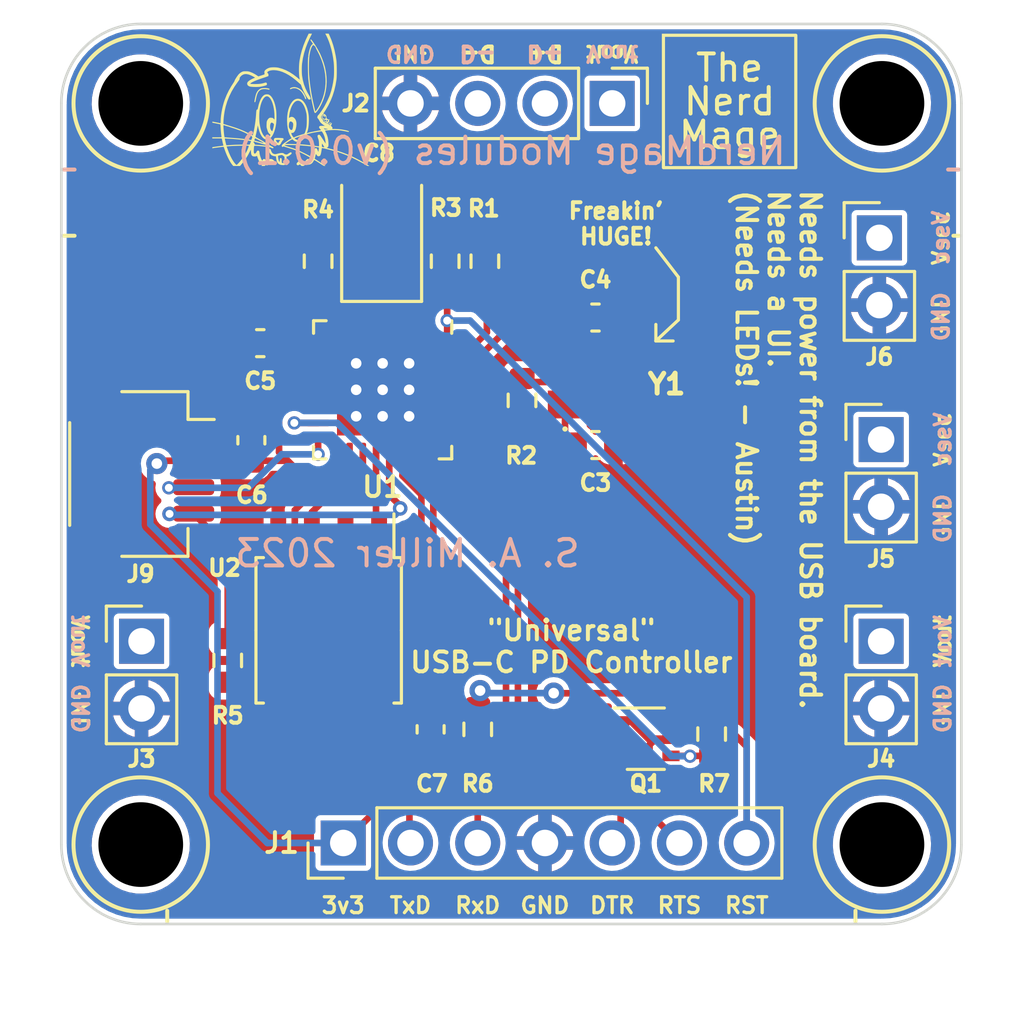
<source format=kicad_pcb>
(kicad_pcb (version 20211014) (generator pcbnew)
  (title_block (title "USB-C PD Controller") (rev "0.0.1") (company "The Nerd Mage"))
  (layers (0 "F.Cu" signal) (31 "B.Cu" signal) (34 "B.Paste" user) (35 "F.Paste" user) (36 "B.SilkS" user "B.Silkscreen") (37 "F.SilkS" user "F.Silkscreen") (38 "B.Mask" user) (39 "F.Mask" user) (44 "Edge.Cuts" user))
  (net 0 "")
  (net 1 "SCL")
  (net 2 "SDA")
  (net 3 "GND")
  (net 4 "/eXo")
  (net 5 "/eXi")
  (net 6 "+3V3")
  (net 7 "Net-(R1-Pad2)")
  (net 8 "RST")
  (net 9 "Net-(R4-Pad1)")
  (net 10 "Net-(R5-Pad2)")
  (net 11 "IO11")
  (net 12 "IO7")
  (net 13 "IO10")
  (net 14 "IO8")
  (net 15 "IO9")
  (net 16 "Net-(C1-Pad1)")
  (net 18 "ADC")
  (net 19 "IO16")
  (net 20 "IO14")
  (net 21 "IO12")
  (net 22 "IO13")
  (net 23 "IO15")
  (net 24 "IO2")
  (net 25 "IO0")
  (net 26 "IO5")
  (net 27 "IO3")
  (net 28 "IO1")
  (net 29 "/DTR")
  (net 30 "/RTS")
  (footprint "Tinker:Mount" (layer "F.Cu") (at 114 101)
    (fp_text reference "REF**" hide)
    (fp_text value "Mount" hide)
    (pad "" np_thru_hole circle (at 0 0) (size 3.2 3.2) (drill 3.2) (layers *.Mask))
  )
  (footprint "Capacitor_SMD:C_0603_1608Metric" (layer "F.Cu") (at 103.177957 81.090217)
    (fp_text reference "C4" (at 0 -1.43) (layer "F.SilkS") (effects (font (size 0.6 0.6))))
    (fp_text value "10pf")
    (pad "1" smd roundrect (at -0.775 0) (size 0.9 0.95) (layers "F.Cu" "F.Paste" "F.Mask") (net 3 "GND"))
    (pad "2" smd roundrect (at 0.775 0) (size 0.9 0.95) (layers "F.Cu" "F.Paste" "F.Mask") (net 5 "/eXi"))
  )
  (footprint "Resistor_SMD:R_0603_1608Metric" (layer "F.Cu") (at 98.73 96.647153 90)
    (fp_text reference "R6" (at -2.052847 0) (layer "F.SilkS") (effects (font (size 0.6 0.6))))
    (fp_text value "10K")
    (pad "1" smd roundrect (at -0.825 0 90) (size 0.8 0.95) (layers "F.Cu" "F.Paste" "F.Mask") (net 28 "IO1"))
    (pad "2" smd roundrect (at 0.825 0 90) (size 0.8 0.95) (layers "F.Cu" "F.Paste" "F.Mask") (net 6 "+3V3"))
  )
  (footprint "Resistor_SMD:R_0603_1608Metric" (layer "F.Cu") (at 99 78.96288 -90)
    (fp_text reference "R1" (at -1.990012 0.041657 180) (layer "F.SilkS") (effects (font (size 0.6 0.6))))
    (fp_text value "12K")
    (pad "1" smd roundrect (at -0.825 0 270) (size 0.8 0.95) (layers "F.Cu" "F.Paste" "F.Mask") (net 3 "GND"))
    (pad "2" smd roundrect (at 0.825 0 270) (size 0.8 0.95) (layers "F.Cu" "F.Paste" "F.Mask") (net 7 "Net-(R1-Pad2)"))
  )
  (footprint "Tinker:Mount" (layer "F.Cu") (at 86 101)
    (fp_text reference "REF**" hide)
    (fp_text value "Mount" hide)
    (pad "" np_thru_hole circle (at 0 0) (size 3.2 3.2) (drill 3.2) (layers *.Mask))
  )
  (footprint "Tinker:JST_SH_SM04B-SRSS-TB_1x04-1MP_P1.00mm_Horizontal" (layer "F.Cu") (at 86 87 -90)
    (fp_text reference "J9" (at 3.778125 0.008239) (layer "F.SilkS") (effects (font (size 0.6 0.6))))
    (fp_text value "Conn_01x04_MountingPin" hide)
    (pad "1" smd roundrect (at -1.5 -2 270) (size 0.6 1.55) (layers "F.Cu" "F.Paste" "F.Mask") (net 3 "GND"))
    (pad "2" smd roundrect (at -0.5 -2 270) (size 0.6 1.55) (layers "F.Cu" "F.Paste" "F.Mask") (net 6 "+3V3"))
    (pad "3" smd roundrect (at 0.5 -2 270) (size 0.6 1.55) (layers "F.Cu" "F.Paste" "F.Mask") (net 2 "SDA"))
    (pad "4" smd roundrect (at 1.5 -2 270) (size 0.6 1.55) (layers "F.Cu" "F.Paste" "F.Mask") (net 1 "SCL"))
    (pad "MP" smd roundrect (at 2.8 1.875 270) (size 1.2 1.8) (layers "F.Cu" "F.Paste" "F.Mask") (roundrect_rratio 0.208333) (net 3 "GND"))
    (pad "MP" smd roundrect (at -2.8 1.875 270) (size 1.2 1.8) (layers "F.Cu" "F.Paste" "F.Mask") (roundrect_rratio 0.208333) (net 3 "GND"))
  )
  (footprint "Tinker:DagNabbit" (layer "F.Cu") (at 91.4 73.5)
    (fp_text reference "REF**" hide)
    (fp_text value "DagNabbit" hide)
  )
  (footprint "Package_TO_SOT_SMD:SOT-363_SC-70-6" (layer "F.Cu") (at 105.08 97)
    (fp_text reference "Q1" (at 0 1.7) (layer "F.SilkS") (effects (font (size 0.6 0.6))))
    (fp_text value "UMH3N")
    (pad "1" smd rect (at -0.95 -0.65) (size 0.65 0.4) (layers "F.Cu" "F.Paste" "F.Mask") (net 30 "/RTS"))
    (pad "2" smd rect (at -0.95 0) (size 0.65 0.4) (layers "F.Cu" "F.Paste" "F.Mask") (net 29 "/DTR"))
    (pad "3" smd rect (at -0.95 0.65) (size 0.65 0.4) (layers "F.Cu" "F.Paste" "F.Mask") (net 29 "/DTR"))
    (pad "4" smd rect (at 0.95 0.65) (size 0.65 0.4) (layers "F.Cu" "F.Paste" "F.Mask") (net 25 "IO0"))
    (pad "5" smd rect (at 0.95 0) (size 0.65 0.4) (layers "F.Cu" "F.Paste" "F.Mask") (net 30 "/RTS"))
    (pad "6" smd rect (at 0.95 -0.65) (size 0.65 0.4) (layers "F.Cu" "F.Paste" "F.Mask") (net 8 "RST"))
  )
  (footprint "Connector_PinHeader_2.54mm:PinHeader_1x07_P2.54mm_Vertical" (layer "F.Cu") (at 93.65 100.94 90)
    (fp_text reference "J1" (at 0 -2.33 180) (layer "F.SilkS") (effects (font (size 0.75 0.75))))
    (fp_text value "Conn_01x07_Male")
    (pad "1" thru_hole rect (at 0 0 90) (size 1.7 1.7) (drill 1) (layers *.Cu *.Mask) (net 6 "+3V3"))
    (pad "2" thru_hole oval (at 0 2.54 90) (size 1.7 1.7) (drill 1) (layers *.Cu *.Mask) (net 27 "IO3"))
    (pad "3" thru_hole oval (at 0 5.08 90) (size 1.7 1.7) (drill 1) (layers *.Cu *.Mask) (net 28 "IO1"))
    (pad "4" thru_hole oval (at 0 7.62 90) (size 1.7 1.7) (drill 1) (layers *.Cu *.Mask) (net 3 "GND"))
    (pad "5" thru_hole oval (at 0 10.16 90) (size 1.7 1.7) (drill 1) (layers *.Cu *.Mask) (net 29 "/DTR"))
    (pad "6" thru_hole oval (at 0 12.7 90) (size 1.7 1.7) (drill 1) (layers *.Cu *.Mask) (net 30 "/RTS"))
    (pad "7" thru_hole oval (at 0 15.24 90) (size 1.7 1.7) (drill 1) (layers *.Cu *.Mask) (net 8 "RST"))
  )
  (footprint "Capacitor_Tantalum_SMD:CP_EIA-3528-21_Kemet-B_Pad1.50x2.35mm_HandSolder" (layer "F.Cu") (at 95.1 77.846082 90)
    (fp_text reference "C8" (at 2.963974 -0.101647 180) (layer "F.SilkS") (effects (font (size 0.6 0.6))))
    (fp_text value "22uf")
    (pad "1" smd roundrect (at -1.625 0 90) (size 1.5 2.35) (layers "F.Cu" "F.Paste" "F.Mask") (roundrect_rratio 0.166667) (net 6 "+3V3"))
    (pad "2" smd roundrect (at 1.625 0 90) (size 1.5 2.35) (layers "F.Cu" "F.Paste" "F.Mask") (roundrect_rratio 0.166667) (net 3 "GND"))
  )
  (footprint "Capacitor_SMD:C_0603_1608Metric" (layer "F.Cu") (at 90.515841 82.057498 180)
    (fp_text reference "C5" (at 0 -1.43) (layer "F.SilkS") (effects (font (size 0.6 0.6))))
    (fp_text value "TBD (NC)")
    (pad "1" smd roundrect (at -0.775 0 180) (size 0.9 0.95) (layers "F.Cu" "F.Paste" "F.Mask") (net 6 "+3V3"))
    (pad "2" smd roundrect (at 0.775 0 180) (size 0.9 0.95) (layers "F.Cu" "F.Paste" "F.Mask") (net 3 "GND"))
  )
  (footprint "Tinker:PinHeader_1x02_P2.54mm_Vertical" (layer "F.Cu") (at 113.97 93.32)
    (fp_text reference "J4" (at 0 4.44169) (layer "F.SilkS") (effects (font (size 0.6 0.6))))
    (fp_text value "Conn_01x02_Male" hide)
    (pad "1" thru_hole rect (at 0 0) (size 1.7 1.7) (drill 1) (layers *.Cu *.Mask))
    (pad "2" thru_hole oval (at 0 2.54) (size 1.7 1.7) (drill 1) (layers *.Cu *.Mask) (net 3 "GND"))
  )
  (footprint "Package_SO:SOIC-8_5.275x5.275mm_P1.27mm" (layer "F.Cu") (at 93.099434 92.906875 -90)
    (fp_text reference "U2" (at -2.360372 3.932893) (layer "F.SilkS") (effects (font (size 0.6 0.6))))
    (fp_text value "SST25VF016B-50-4I-S2AF")
    (pad "1" smd roundrect (at -3.6 -1.905 270) (size 1.6 0.6) (layers "F.Cu" "F.Paste" "F.Mask") (net 11 "IO11"))
    (pad "2" smd roundrect (at -3.6 -0.635 270) (size 1.6 0.6) (layers "F.Cu" "F.Paste" "F.Mask") (net 12 "IO7"))
    (pad "3" smd roundrect (at -3.6 0.635 270) (size 1.6 0.6) (layers "F.Cu" "F.Paste" "F.Mask") (net 13 "IO10"))
    (pad "4" smd roundrect (at -3.6 1.905 270) (size 1.6 0.6) (layers "F.Cu" "F.Paste" "F.Mask") (net 3 "GND"))
    (pad "5" smd roundrect (at 3.6 1.905 270) (size 1.6 0.6) (layers "F.Cu" "F.Paste" "F.Mask") (net 14 "IO8"))
    (pad "6" smd roundrect (at 3.6 0.635 270) (size 1.6 0.6) (layers "F.Cu" "F.Paste" "F.Mask") (net 10 "Net-(R5-Pad2)"))
    (pad "7" smd roundrect (at 3.6 -0.635 270) (size 1.6 0.6) (layers "F.Cu" "F.Paste" "F.Mask") (net 15 "IO9"))
    (pad "8" smd roundrect (at 3.6 -1.905 270) (size 1.6 0.6) (layers "F.Cu" "F.Paste" "F.Mask") (net 6 "+3V3"))
  )
  (footprint "Tinker:Mount" (layer "F.Cu") (at 114 73)
    (fp_text reference "REF**" hide)
    (fp_text value "Mount" hide)
    (pad "" np_thru_hole circle (at 0 0) (size 3.2 3.2) (drill 3.2) (layers *.Mask))
  )
  (footprint "Package_DFN_QFN:QFN-32-1EP_5x5mm_P0.5mm_EP3.45x3.45mm" (layer "F.Cu") (at 95.137957 83.82 -90)
    (fp_text reference "U1" (at 3.671623 0.008084 180) (layer "F.SilkS") (effects (font (size 0.75 0.75))))
    (fp_text value "ESP8266EX")
    (pad "1" smd roundrect (at -2.4375 -1.75 270) (size 0.875 0.25) (layers "F.Cu" "F.Paste" "F.Mask") (net 6 "+3V3"))
    (pad "2" smd roundrect (at -2.4375 -1.25 270) (size 0.875 0.25) (layers "F.Cu" "F.Paste" "F.Mask") (net 16 "Net-(C1-Pad1)"))
    (pad "3" smd roundrect (at -2.4375 -0.75 270) (size 0.875 0.25) (layers "F.Cu" "F.Paste" "F.Mask") (net 6 "+3V3"))
    (pad "4" smd roundrect (at -2.4375 -0.25 270) (size 0.875 0.25) (layers "F.Cu" "F.Paste" "F.Mask") (net 6 "+3V3"))
    (pad "5" smd roundrect (at -2.4375 0.25 270) (size 0.875 0.25) (layers "F.Cu" "F.Paste" "F.Mask"))
    (pad "6" smd roundrect (at -2.4375 0.75 270) (size 0.875 0.25) (layers "F.Cu" "F.Paste" "F.Mask") (net 18 "ADC"))
    (pad "7" smd roundrect (at -2.4375 1.25 270) (size 0.875 0.25) (layers "F.Cu" "F.Paste" "F.Mask") (net 9 "Net-(R4-Pad1)"))
    (pad "8" smd roundrect (at -2.4375 1.75 270) (size 0.875 0.25) (layers "F.Cu" "F.Paste" "F.Mask") (net 19 "IO16"))
    (pad "9" smd roundrect (at -1.75 2.4375 270) (size 0.25 0.875) (layers "F.Cu" "F.Paste" "F.Mask") (net 20 "IO14"))
    (pad "10" smd roundrect (at -1.25 2.4375 270) (size 0.25 0.875) (layers "F.Cu" "F.Paste" "F.Mask") (net 21 "IO12"))
    (pad "11" smd roundrect (at -0.75 2.4375 270) (size 0.25 0.875) (layers "F.Cu" "F.Paste" "F.Mask") (net 6 "+3V3"))
    (pad "12" smd roundrect (at -0.25 2.4375 270) (size 0.25 0.875) (layers "F.Cu" "F.Paste" "F.Mask") (net 22 "IO13"))
    (pad "13" smd roundrect (at 0.25 2.4375 270) (size 0.25 0.875) (layers "F.Cu" "F.Paste" "F.Mask") (net 23 "IO15"))
    (pad "14" smd roundrect (at 0.75 2.4375 270) (size 0.25 0.875) (layers "F.Cu" "F.Paste" "F.Mask") (net 24 "IO2"))
    (pad "15" smd roundrect (at 1.25 2.4375 270) (size 0.25 0.875) (layers "F.Cu" "F.Paste" "F.Mask") (net 25 "IO0"))
    (pad "16" smd roundrect (at 1.75 2.4375 270) (size 0.25 0.875) (layers "F.Cu" "F.Paste" "F.Mask") (net 2 "SDA"))
    (pad "17" smd roundrect (at 2.4375 1.75 270) (size 0.875 0.25) (layers "F.Cu" "F.Paste" "F.Mask") (net 6 "+3V3"))
    (pad "18" smd roundrect (at 2.4375 1.25 270) (size 0.875 0.25) (layers "F.Cu" "F.Paste" "F.Mask") (net 15 "IO9"))
    (pad "19" smd roundrect (at 2.4375 0.75 270) (size 0.875 0.25) (layers "F.Cu" "F.Paste" "F.Mask") (net 13 "IO10"))
    (pad "20" smd roundrect (at 2.4375 0.25 270) (size 0.875 0.25) (layers "F.Cu" "F.Paste" "F.Mask") (net 11 "IO11"))
    (pad "21" smd roundrect (at 2.4375 -0.25 270) (size 0.875 0.25) (layers "F.Cu" "F.Paste" "F.Mask") (net 1 "SCL"))
    (pad "22" smd roundrect (at 2.4375 -0.75 270) (size 0.875 0.25) (layers "F.Cu" "F.Paste" "F.Mask") (net 12 "IO7"))
    (pad "23" smd roundrect (at 2.4375 -1.25 270) (size 0.875 0.25) (layers "F.Cu" "F.Paste" "F.Mask") (net 14 "IO8"))
    (pad "24" smd roundrect (at 2.4375 -1.75 270) (size 0.875 0.25) (layers "F.Cu" "F.Paste" "F.Mask") (net 26 "IO5"))
    (pad "25" smd roundrect (at 1.75 -2.4375 270) (size 0.25 0.875) (layers "F.Cu" "F.Paste" "F.Mask") (net 27 "IO3"))
    (pad "26" smd roundrect (at 1.25 -2.4375 270) (size 0.25 0.875) (layers "F.Cu" "F.Paste" "F.Mask") (net 28 "IO1"))
    (pad "27" smd roundrect (at 0.75 -2.4375 270) (size 0.25 0.875) (layers "F.Cu" "F.Paste" "F.Mask") (net 4 "/eXo"))
    (pad "28" smd roundrect (at 0.25 -2.4375 270) (size 0.25 0.875) (layers "F.Cu" "F.Paste" "F.Mask") (net 5 "/eXi"))
    (pad "29" smd roundrect (at -0.25 -2.4375 270) (size 0.25 0.875) (layers "F.Cu" "F.Paste" "F.Mask") (net 6 "+3V3"))
    (pad "30" smd roundrect (at -0.75 -2.4375 270) (size 0.25 0.875) (layers "F.Cu" "F.Paste" "F.Mask") (net 6 "+3V3"))
    (pad "31" smd roundrect (at -1.25 -2.4375 270) (size 0.25 0.875) (layers "F.Cu" "F.Paste" "F.Mask") (net 7 "Net-(R1-Pad2)"))
    (pad "32" smd roundrect (at -1.75 -2.4375 270) (size 0.25 0.875) (layers "F.Cu" "F.Paste" "F.Mask") (net 8 "RST"))
    (pad "33" smd rect (at 0 0 270) (size 3.45 3.45) (layers "F.Cu" "F.Mask") (net 3 "GND"))
  )
  (footprint "Tinker:NerdMage" (layer "F.Cu") (at 108.245525 72.927201)
    (fp_text reference "REF**" hide)
    (fp_text value "NerdMage" hide)
    (fp_text user "Nerd" (at 0 0 unlocked) (layer "F.SilkS"))
    (fp_text user "Mage" (at 0 1.27 unlocked) (layer "F.SilkS"))
    (fp_text user "The" (at 0 -1.27 unlocked) (layer "F.SilkS"))
  )
  (footprint "Resistor_SMD:R_0603_1608Metric" (layer "F.Cu") (at 97.5 78.96288 90)
    (fp_text reference "R3" (at 2.014915 0.027469 180) (layer "F.SilkS") (effects (font (size 0.6 0.6))))
    (fp_text value "10K")
    (pad "1" smd roundrect (at -0.825 0 90) (size 0.8 0.95) (layers "F.Cu" "F.Paste" "F.Mask") (net 8 "RST"))
    (pad "2" smd roundrect (at 0.825 0 90) (size 0.8 0.95) (layers "F.Cu" "F.Paste" "F.Mask") (net 6 "+3V3"))
  )
  (footprint "Tinker:PinHeader_1x02_P2.54mm_Vertical" (layer "F.Cu") (at 86.03 93.32)
    (fp_text reference "J3" (at 0 4.44169) (layer "F.SilkS") (effects (font (size 0.6 0.6))))
    (fp_text value "Conn_01x02_Male" hide)
    (pad "1" thru_hole rect (at 0 0) (size 1.7 1.7) (drill 1) (layers *.Cu *.Mask))
    (pad "2" thru_hole oval (at 0 2.54) (size 1.7 1.7) (drill 1) (layers *.Cu *.Mask) (net 3 "GND"))
  )
  (footprint "Resistor_SMD:R_0603_1608Metric" (layer "F.Cu") (at 107.566988 96.825 90)
    (fp_text reference "R7" (at -1.875 0.093256 180) (layer "F.SilkS") (effects (font (size 0.6 0.6))))
    (fp_text value "10K")
    (pad "1" smd roundrect (at -0.825 0 90) (size 0.8 0.95) (layers "F.Cu" "F.Paste" "F.Mask") (net 25 "IO0"))
    (pad "2" smd roundrect (at 0.825 0 90) (size 0.8 0.95) (layers "F.Cu" "F.Paste" "F.Mask") (net 6 "+3V3"))
  )
  (footprint "Resistor_SMD:R_0603_1608Metric" (layer "F.Cu") (at 92.7 78.96288 90)
    (fp_text reference "R4" (at 1.949652 -0.004566) (layer "F.SilkS") (effects (font (size 0.6 0.6))))
    (fp_text value "10K")
    (pad "1" smd roundrect (at -0.825 0 90) (size 0.8 0.95) (layers "F.Cu" "F.Paste" "F.Mask") (net 9 "Net-(R4-Pad1)"))
    (pad "2" smd roundrect (at 0.825 0 90) (size 0.8 0.95) (layers "F.Cu" "F.Paste" "F.Mask") (net 6 "+3V3"))
  )
  (footprint "Capacitor_SMD:C_0603_1608Metric" (layer "F.Cu") (at 90.178452 85.725 90)
    (fp_text reference "C6" (at -2.071343 0.018488) (layer "F.SilkS") (effects (font (size 0.6 0.6))))
    (fp_text value "1uf")
    (pad "1" smd roundrect (at -0.775 0 90) (size 0.9 0.95) (layers "F.Cu" "F.Paste" "F.Mask") (net 6 "+3V3"))
    (pad "2" smd roundrect (at 0.775 0 90) (size 0.9 0.95) (layers "F.Cu" "F.Paste" "F.Mask") (net 3 "GND"))
  )
  (footprint "Tinker:PinHeader_1x02_P2.54mm_Vertical" (layer "F.Cu") (at 113.902854 78.08)
    (fp_text reference "J6" (at 0 4.495315) (layer "F.SilkS") (effects (font (size 0.6 0.6))))
    (fp_text value "Conn_01x02_Male" hide)
    (pad "1" thru_hole rect (at 0 0) (size 1.7 1.7) (drill 1) (layers *.Cu *.Mask))
    (pad "2" thru_hole oval (at 0 2.54) (size 1.7 1.7) (drill 1) (layers *.Cu *.Mask) (net 3 "GND"))
  )
  (footprint "Tinker:PinHeader_1x02_P2.54mm_Vertical" (layer "F.Cu") (at 113.97 85.7)
    (fp_text reference "J5" (at 0 4.504702) (layer "F.SilkS") (effects (font (size 0.6 0.6))))
    (fp_text value "Conn_01x02_Male" hide)
    (pad "1" thru_hole rect (at 0 0) (size 1.7 1.7) (drill 1) (layers *.Cu *.Mask))
    (pad "2" thru_hole oval (at 0 2.54) (size 1.7 1.7) (drill 1) (layers *.Cu *.Mask) (net 3 "GND"))
  )
  (footprint "Tinker:Mount" (layer "F.Cu") (at 86 73)
    (fp_text reference "REF**" hide)
    (fp_text value "Mount" hide)
    (pad "" np_thru_hole circle (at 0 0) (size 3.2 3.2) (drill 3.2) (layers *.Mask))
  )
  (footprint "Tinker:ABM825000MHz10B1UT" (layer "F.Cu") (at 103.177957 83.500103)
    (fp_text reference "Y1" (at 2.687129 0.106632) (layer "F.SilkS") (effects (font (size 0.75 0.75) (thickness 0.1875))))
    (fp_text value "26.000MHz" hide)
    (pad "1" smd rect (at -1.15 0.875 90) (size 1.05 1.3) (layers "F.Cu" "F.Paste" "F.Mask") (net 4 "/eXo"))
    (pad "2" smd rect (at 1.15 0.875 90) (size 1.05 1.3) (layers "F.Cu" "F.Paste" "F.Mask") (net 3 "GND"))
    (pad "3" smd rect (at 1.15 -0.875 90) (size 1.05 1.3) (layers "F.Cu" "F.Paste" "F.Mask") (net 5 "/eXi"))
    (pad "4" smd rect (at -1.15 -0.875 90) (size 1.05 1.3) (layers "F.Cu" "F.Paste" "F.Mask") (net 3 "GND"))
  )
  (footprint "Resistor_SMD:R_0603_1608Metric" (layer "F.Cu") (at 100.403336 84.21923 90)
    (fp_text reference "R2" (at -2.088284 -0.03071 180) (layer "F.SilkS") (effects (font (size 0.6 0.6))))
    (fp_text value "1M")
    (pad "1" smd roundrect (at -0.825 0 90) (size 0.8 0.95) (layers "F.Cu" "F.Paste" "F.Mask") (net 4 "/eXo"))
    (pad "2" smd roundrect (at 0.825 0 90) (size 0.8 0.95) (layers "F.Cu" "F.Paste" "F.Mask") (net 5 "/eXi"))
  )
  (footprint "Capacitor_SMD:C_0603_1608Metric" (layer "F.Cu") (at 103.177957 85.906922 180)
    (fp_text reference "C3" (at 0 -1.43) (layer "F.SilkS") (effects (font (size 0.6 0.6))))
    (fp_text value "10pf")
    (pad "1" smd roundrect (at -0.775 0 180) (size 0.9 0.95) (layers "F.Cu" "F.Paste" "F.Mask") (net 3 "GND"))
    (pad "2" smd roundrect (at 0.775 0 180) (size 0.9 0.95) (layers "F.Cu" "F.Paste" "F.Mask") (net 4 "/eXo"))
  )
  (footprint "Tinker:PinHeader_1x04_P2.54mm_Vertical" (layer "F.Cu") (at 103.81 73 -90)
    (fp_text reference "J2" (at 0 9.68773) (layer "F.SilkS") (effects (font (size 0.6 0.6))))
    (fp_text value "Conn_01x04_Male" hide)
    (pad "1" thru_hole rect (at 0 0 270) (size 1.7 1.7) (drill 1) (layers *.Cu *.Mask))
    (pad "2" thru_hole oval (at 0 2.54 270) (size 1.7 1.7) (drill 1) (layers *.Cu *.Mask))
    (pad "3" thru_hole oval (at 0 5.08 270) (size 1.7 1.7) (drill 1) (layers *.Cu *.Mask))
    (pad "4" thru_hole oval (at 0 7.62 270) (size 1.7 1.7) (drill 1) (layers *.Cu *.Mask) (net 3 "GND"))
  )
  (footprint "Capacitor_SMD:C_0603_1608Metric" (layer "F.Cu") (at 96.950492 96.647153 -90)
    (fp_text reference "C7" (at 2.052847 -0.047306) (layer "F.SilkS") (effects (font (size 0.6 0.6))))
    (fp_text value "100nf")
    (pad "1" smd roundrect (at -0.775 0 270) (size 0.9 0.95) (layers "F.Cu" "F.Paste" "F.Mask") (net 6 "+3V3"))
    (pad "2" smd roundrect (at 0.775 0 270) (size 0.9 0.95) (layers "F.Cu" "F.Paste" "F.Mask") (net 3 "GND"))
  )
  (footprint "Resistor_SMD:R_0603_1608Metric" (layer "F.Cu") (at 89.284806 94.044296 -90)
    (fp_text reference "R5" (at 2.084324 0) (layer "F.SilkS") (effects (font (size 0.6 0.6))))
    (fp_text value "200R")
    (pad "1" smd roundrect (at -0.825 0 270) (size 0.8 0.95) (layers "F.Cu" "F.Paste" "F.Mask") (net 1 "SCL"))
    (pad "2" smd roundrect (at 0.825 0 270) (size 0.8 0.95) (layers "F.Cu" "F.Paste" "F.Mask") (net 10 "Net-(R5-Pad2)"))
  )
  (gr_line (start 83.1 75.5) (end 83.5 75.5) (layer "B.SilkS") (width 0.15))
  (gr_line (start 116.5 75.5) (end 116.9 75.5) (layer "B.SilkS") (width 0.15))
  (gr_line (start 113 103.9) (end 113 103.5) (layer "F.SilkS") (width 0.15))
  (gr_line (start 106.311012 81.18032) (end 106.311012 79.562453) (layer "F.SilkS") (width 0.12))
  (gr_line (start 105.459503 81.975063) (end 105.459503 81.350622) (layer "F.SilkS") (width 0.12))
  (gr_line (start 105.459503 81.975063) (end 106.311012 81.18032) (layer "F.SilkS") (width 0.12))
  (gr_line (start 83.1 78) (end 83.5 78) (layer "F.SilkS") (width 0.15))
  (gr_line (start 116.7 78) (end 116.9 78) (layer "F.SilkS") (width 0.15))
  (gr_line (start 106.311012 79.562453) (end 105.459503 78.455491) (layer "F.SilkS") (width 0.12))
  (gr_line (start 87 103.9) (end 87 103.5) (layer "F.SilkS") (width 0.15))
  (gr_line (start 105.459503 81.975063) (end 106.112327 81.975063) (layer "F.SilkS") (width 0.12))
  (gr_line (start 117 73) (end 117 101) (layer "Edge.Cuts") (width 0.1))
  (gr_arc (start 86 104) (mid 83.87868 103.12132) (end 83 101) (layer "Edge.Cuts") (width 0.1))
  (gr_arc (start 83 73) (mid 83.87868 70.87868) (end 86 70) (layer "Edge.Cuts") (width 0.1))
  (gr_line (start 86 70) (end 114 70) (layer "Edge.Cuts") (width 0.1))
  (gr_line (start 83 101) (end 83 73) (layer "Edge.Cuts") (width 0.1))
  (gr_arc (start 114 70) (mid 116.12132 70.87868) (end 117 73) (layer "Edge.Cuts") (width 0.1))
  (gr_line (start 86 104) (end 114 104) (layer "Edge.Cuts") (width 0.1))
  (gr_arc (start 117 101) (mid 116.12132 103.12132) (end 114 104) (layer "Edge.Cuts") (width 0.1))
  (gr_text "NerdMage Modules (v0.0.1)" (at 100 74.8) (layer "B.SilkS") (effects (font (size 1 1)) (justify mirror)))
  (gr_text "D+" (at 101.27 71.12 180) (layer "B.SilkS") (effects (font (size 0.6 0.6)) (justify mirror)))
  (gr_text "GND" (at 116.3 88.68 90) (layer "B.SilkS") (effects (font (size 0.6 0.6) (thickness 0.125)) (justify mirror)))
  (gr_text "GND" (at 83.7 95.86 270) (layer "B.SilkS") (effects (font (size 0.6 0.6) (thickness 0.125)) (justify mirror)))
  (gr_text "Vout" (at 116.3 93.32 90) (layer "B.SilkS") (effects (font (size 0.6 0.6) (thickness 0.125)) (justify mirror)))
  (gr_text "GND" (at 116.232854 81.06 90) (layer "B.SilkS") (effects (font (size 0.6 0.6) (thickness 0.125)) (justify mirror)))
  (gr_text "D-" (at 98.73 71.12 180) (layer "B.SilkS") (effects (font (size 0.6 0.6)) (justify mirror)))
  (gr_text "Vout" (at 103.81 71.12 180) (layer "B.SilkS") (effects (font (size 0.6 0.6) (thickness 0.125)) (justify mirror)))
  (gr_text "Vsec" (at 116.3 85.7 90) (layer "B.SilkS") (effects (font (size 0.6 0.6) (thickness 0.125)) (justify mirror)))
  (gr_text "Vsec" (at 116.232854 78.08 90) (layer "B.SilkS") (effects (font (size 0.6 0.6) (thickness 0.125)) (justify mirror)))
  (gr_text "GND" (at 116.3 95.86 90) (layer "B.SilkS") (effects (font (size 0.6 0.6) (thickness 0.125)) (justify mirror)))
  (gr_text "S. A. Miller 2023" (at 96.077957 90) (layer "B.SilkS") (effects (font (size 1 1)) (justify mirror)))
  (gr_text "Vout" (at 83.7 93.32 270) (layer "B.SilkS") (effects (font (size 0.6 0.6) (thickness 0.125)) (justify mirror)))
  (gr_text "GND" (at 96.19 71.12 180) (layer "B.SilkS") (effects (font (size 0.6 0.6) (thickness 0.125)) (justify mirror)))
  (gr_text "Vout" (at 116.3 93.32 90) (layer "F.SilkS") (effects (font (size 0.6 0.6) (thickness 0.125))))
  (gr_text "RxD" (at 98.73 103.3) (layer "F.SilkS") (effects (font (size 0.6 0.6) (thickness 0.125))))
  (gr_text "Needs power from the USB board.\nNeeds a UI.\n(Needs LEDs! - Austin)" (at 110.090137 76.2 -90) (layer "F.SilkS") (effects (font (size 0.75 0.75)) (justify left)))
  (gr_text "GND" (at 116.232854 81.06 90) (layer "F.SilkS") (effects (font (size 0.6 0.6) (thickness 0.125))))
  (gr_text "D-" (at 98.73 71.12 180) (layer "F.SilkS") (effects (font (size 0.6 0.6))))
  (gr_text "GND" (at 101.27 103.3) (layer "F.SilkS") (effects (font (size 0.6 0.6) (thickness 0.125))))
  (gr_text "3v3" (at 93.65 103.3) (layer "F.SilkS") (effects (font (size 0.6 0.6) (thickness 0.125))))
  (gr_text "D+" (at 101.27 71.12 180) (layer "F.SilkS") (effects (font (size 0.6 0.6))))
  (gr_text "TxD" (at 96.19 103.3) (layer "F.SilkS") (effects (font (size 0.6 0.6) (thickness 0.125))))
  (gr_text "GND" (at 116.3 88.68 90) (layer "F.SilkS") (effects (font (size 0.6 0.6) (thickness 0.125))))
  (gr_text "GND" (at 96.19 71.12 180) (layer "F.SilkS") (effects (font (size 0.6 0.6) (thickness 0.125))))
  (gr_text "GND" (at 116.3 95.86 90) (layer "F.SilkS") (effects (font (size 0.6 0.6) (thickness 0.125))))
  (gr_text "RST" (at 108.89 103.3) (layer "F.SilkS") (effects (font (size 0.6 0.6) (thickness 0.125))))
  (gr_text "RTS" (at 106.35 103.3) (layer "F.SilkS") (effects (font (size 0.6 0.6) (thickness 0.125))))
  (gr_text "DTR" (at 103.81 103.3) (layer "F.SilkS") (effects (font (size 0.6 0.6) (thickness 0.125))))
  (gr_text "GND" (at 83.7 95.86 270) (layer "F.SilkS") (effects (font (size 0.6 0.6) (thickness 0.125))))
  (gr_text "{dblquote}Universal{dblquote}\nUSB-C PD Controller" (at 102.267351 93.511333) (layer "F.SilkS") (effects (font (size 0.75 0.75))))
  (gr_text "Vout" (at 103.81 71.12 180) (layer "F.SilkS") (effects (font (size 0.6 0.6) (thickness 0.125))))
  (gr_text "Vsec" (at 116.3 85.7 90) (layer "F.SilkS") (effects (font (size 0.6 0.6) (thickness 0.125))))
  (gr_text "Vout" (at 83.7 93.32 270) (layer "F.SilkS") (effects (font (size 0.6 0.6) (thickness 0.125))))
  (gr_text "Vsec" (at 116.232854 78.08 90) (layer "F.SilkS") (effects (font (size 0.6 0.6) (thickness 0.125))))
  (gr_text "Freakin'\nHUGE!" (at 103.95517 77.547214) (layer "F.SilkS") (effects (font (size 0.6 0.6))))
  (segment (start 95.387957 86.2575) (end 95.387957 87.789145) (width 0.25) (layer "F.Cu") (net 1))
  (segment (start 95.387957 87.789145) (end 95.877054 88.278242) (width 0.25) (layer "F.Cu") (net 1))
  (segment (start 89.284806 89.784806) (end 89.284806 93.219296) (width 0.25) (layer "F.Cu") (net 1))
  (segment (start 88 88.5) (end 89.284806 89.784806) (width 0.25) (layer "F.Cu") (net 1))
  (via (at 87.087351 88.507484) (size 0.55) (drill 0.3) (layers "F.Cu" "B.Cu") (net 1))
  (via (at 95.8 88.3) (size 0.55) (drill 0.3) (layers "F.Cu" "B.Cu") (net 1))
  (segment (start 87.125071 88.545204) (end 95.610092 88.545204) (width 0.25) (layer "B.Cu") (net 1))
  (segment (start 95.610092 88.545204) (end 95.877054 88.278242) (width 0.25) (layer "B.Cu") (net 1))
  (segment (start 87.087351 88.507484) (end 87.125071 88.545204) (width 0.25) (layer "B.Cu") (net 1))
  (segment (start 92.700457 85.57) (end 92.700457 86.2575) (width 0.25) (layer "F.Cu") (net 2))
  (via (at 92.700457 86.2575) (size 0.5) (drill 0.3) (layers "F.Cu" "B.Cu") (net 2))
  (via (at 87.059975 87.521941) (size 0.5) (drill 0.3) (layers "F.Cu" "B.Cu") (net 2))
  (segment (start 91.3375 86.2575) (end 91.331941 86.251941) (width 0.25) (layer "B.Cu") (net 2))
  (segment (start 92.700457 86.2575) (end 91.3375 86.2575) (width 0.25) (layer "B.Cu") (net 2))
  (segment (start 90.061941 87.521941) (end 91.331941 86.251941) (width 0.25) (layer "B.Cu") (net 2))
  (segment (start 87.059975 87.521941) (end 90.061941 87.521941) (width 0.25) (layer "B.Cu") (net 2))
  (segment (start 102.027957 81.465217) (end 102.402957 81.090217) (width 0.25) (layer "F.Cu") (net 3))
  (segment (start 104.327957 85.531922) (end 103.952957 85.906922) (width 0.25) (layer "F.Cu") (net 3))
  (segment (start 104.327957 84.375103) (end 104.327957 85.531922) (width 0.25) (layer "F.Cu") (net 3))
  (segment (start 102.027957 82.625103) (end 102.027957 81.465217) (width 0.25) (layer "F.Cu") (net 3))
  (via (at 94.137957 83.82) (size 0.6) (drill 0.4) (layers "F.Cu" "B.Cu") (net 3))
  (via (at 94.137957 82.82) (size 0.6) (drill 0.4) (layers "F.Cu" "B.Cu") (net 3))
  (via (at 96.137957 82.82) (size 0.6) (drill 0.4) (layers "F.Cu" "B.Cu") (net 3))
  (via (at 96.137957 83.82) (size 0.6) (drill 0.4) (layers "F.Cu" "B.Cu") (net 3))
  (via (at 95.137957 82.82) (size 0.6) (drill 0.4) (layers "F.Cu" "B.Cu") (net 3))
  (via (at 94.137957 84.82) (size 0.6) (drill 0.4) (layers "F.Cu" "B.Cu") (net 3))
  (via (at 95.137957 83.82) (size 0.6) (drill 0.4) (layers "F.Cu" "B.Cu") (net 3))
  (via (at 96.137957 84.82) (size 0.6) (drill 0.4) (layers "F.Cu" "B.Cu") (net 3))
  (via (at 95.137957 84.82) (size 0.6) (drill 0.4) (layers "F.Cu" "B.Cu") (net 3))
  (segment (start 102.027957 84.375103) (end 102.027957 85.531922) (width 0.25) (layer "F.Cu") (net 4))
  (segment (start 97.575457 84.57) (end 97.580313 84.565144) (width 0.25) (layer "F.Cu") (net 4))
  (segment (start 101.367454 85.035606) (end 100.41196 85.035606) (width 0.25) (layer "F.Cu") (net 4))
  (segment (start 100.41196 85.035606) (end 100.403336 85.04423) (width 0.25) (layer "F.Cu") (net 4))
  (segment (start 97.580313 84.565144) (end 99.92425 84.565144) (width 0.25) (layer "F.Cu") (net 4))
  (segment (start 99.92425 84.565144) (end 100.403336 85.04423) (width 0.25) (layer "F.Cu") (net 4))
  (segment (start 102.027957 85.531922) (end 102.402957 85.906922) (width 0.25) (layer "F.Cu") (net 4))
  (segment (start 102.027957 84.375103) (end 101.367454 85.035606) (width 0.25) (layer "F.Cu") (net 4))
  (segment (start 104.327957 81.465217) (end 103.952957 81.090217) (width 0.25) (layer "F.Cu") (net 5))
  (segment (start 100.403336 83.39423) (end 100.534209 83.525103) (width 0.25) (layer "F.Cu") (net 5))
  (segment (start 100.534209 83.525103) (end 103.427957 83.525103) (width 0.25) (layer "F.Cu") (net 5))
  (segment (start 100.466556 83.45745) (end 100.403336 83.39423) (width 0.25) (layer "F.Cu") (net 5))
  (segment (start 104.327957 82.625103) (end 104.327957 81.465217) (width 0.25) (layer "F.Cu") (net 5))
  (segment (start 103.427957 83.525103) (end 104.327957 82.625103) (width 0.25) (layer "F.Cu") (net 5))
  (segment (start 97.575457 84.07) (end 99.727566 84.07) (width 0.25) (layer "F.Cu") (net 5))
  (segment (start 99.727566 84.07) (end 100.403336 83.39423) (width 0.25) (layer "F.Cu") (net 5))
  (segment (start 86.714359 86.5) (end 88 86.5) (width 0.25) (layer "F.Cu") (net 6))
  (segment (start 96.887957 80.896992) (end 95.462047 79.471082) (width 0.25) (layer "F.Cu") (net 6))
  (segment (start 97.575457 78.13788) (end 96.485414 78.13788) (width 0.25) (layer "F.Cu") (net 6))
  (segment (start 98.292132 83.07) (end 99.930336 81.431796) (width 0.25) (layer "F.Cu") (net 6))
  (segment (start 95.387957 81.3825) (end 95.387957 79.706827) (width 0.25) (layer "F.Cu") (net 6))
  (segment (start 93.387957 86.2575) (end 93.387957 86.719318) (width 0.25) (layer "F.Cu") (net 6))
  (segment (start 95.151066 79.471082) (end 93.817864 78.13788) (width 0.25) (layer "F.Cu") (net 6))
  (segment (start 96.485414 78.13788) (end 95.152212 79.471082) (width 0.25) (layer "F.Cu") (net 6))
  (segment (start 91.225 86.176921) (end 91.225 83.766241) (width 0.25) (layer "F.Cu") (net 6))
  (segment (start 91.875059 86.82698) (end 91.548079 86.5) (width 0.25) (layer "F.Cu") (net 6))
  (segment (start 99.930336 81.431796) (end 99.930336 79.410287) (width 0.25) (layer "F.Cu") (net 6))
  (segment (start 91.875059 86.82698) (end 91.225 86.176921) (width 0.25) (layer "F.Cu") (net 6))
  (segment (start 86.60718 86.60718) (end 86.714359 86.5) (width 0.25) (layer "F.Cu") (net 6))
  (segment (start 97.575457 83.57) (end 97.575457 83.07) (width 0.25) (layer "F.Cu") (net 6))
  (segment (start 101.6 95.278133) (end 101.60543 95.283563) (width 0.25) (layer "F.Cu") (net 6))
  (segment (start 96.950492 95.822153) (end 98.73 95.822153) (width 0.25) (layer "F.Cu") (net 6))
  (segment (start 106.850551 95.283563) (end 107.566988 96) (width 0.25) (layer "F.Cu") (net 6))
  (segment (start 95.004434 96.506875) (end 95.004434 99.585566) (width 0.25) (layer "F.Cu") (net 6))
  (segment (start 99.930336 79.410287) (end 99.382929 78.86288) (width 0.25) (layer "F.Cu") (net 6))
  (segment (start 95.887957 81.3825) (end 95.387957 81.3825) (width 0.25) (layer "F.Cu") (net 6))
  (segment (start 91.44 82.588759) (end 91.44 79.085837) (width 0.25) (layer "F.Cu") (net 6))
  (segment (start 93.387957 86.719318) (end 93.131815 86.97546) (width 0.25) (layer "F.Cu") (net 6))
  (segment (start 95.462047 79.471082) (end 95.1 79.471082) (width 0.25) (layer "F.Cu") (net 6))
  (segment (start 93.817864 78.13788) (end 92.387957 78.13788) (width 0.25) (layer "F.Cu") (net 6))
  (segment (start 95.152212 79.471082) (end 95.151066 79.471082) (width 0.25) (layer "F.Cu") (net 6))
  (segment (start 91.548079 86.5) (end 88 86.5) (width 0.25) (layer "F.Cu") (net 6))
  (segment (start 96.887957 81.3825) (end 96.887957 80.896992) (width 0.25) (layer "F.Cu") (net 6))
  (segment (start 92.700457 83.07) (end 91.921241 83.07) (width 0.25) (layer "F.Cu") (net 6))
  (segment (start 91.44 79.085837) (end 92.387957 78.13788) (width 0.25) (layer "F.Cu") (net 6))
  (segment (start 92.023539 86.97546) (end 91.875059 86.82698) (width 0.25) (layer "F.Cu") (net 6))
  (segment (start 95.887957 80.206827) (end 95.152212 79.471082) (width 0.25) (layer "F.Cu") (net 6))
  (segment (start 96.950492 95.822153) (end 95.689156 95.822153) (width 0.25) (layer "F.Cu") (net 6))
  (segment (start 93.131815 86.97546) (end 92.023539 86.97546) (width 0.25) (layer "F.Cu") (net 6))
  (segment (start 95.387957 79.706827) (end 95.152212 79.471082) (width 0.25) (layer "F.Cu") (net 6))
  (segment (start 91.921241 83.07) (end 91.44 82.588759) (width 0.25) (layer "F.Cu") (net 6))
  (segment (start 101.60543 95.283563) (end 106.850551 95.283563) (width 0.25) (layer "F.Cu") (net 6))
  (segment (start 95.004434 99.585566) (end 93.65 100.94) (width 0.25) (layer "F.Cu") (net 6))
  (segment (start 95.689156 95.822153) (end 95.004434 96.506875) (width 0.25) (layer "F.Cu") (net 6))
  (segment (start 91.225 83.766241) (end 91.921241 83.07) (width 0.25) (layer "F.Cu") (net 6))
  (segment (start 98.300457 78.86288) (end 97.575457 78.13788) (width 0.25) (layer "F.Cu") (net 6))
  (segment (start 95.887957 81.3825) (end 95.887957 80.206827) (width 0.25) (layer "F.Cu") (net 6))
  (segment (start 97.575457 83.07) (end 98.292132 83.07) (width 0.25) (layer "F.Cu") (net 6))
  (segment (start 99.382929 78.86288) (end 98.300457 78.86288) (width 0.25) (layer "F.Cu") (net 6))
  (via (at 101.6 95.278133) (size 0.8) (drill 0.4) (layers "F.Cu" "B.Cu") (net 6))
  (via (at 86.60718 86.60718) (size 0.8) (drill 0.4) (layers "F.Cu" "B.Cu") (net 6))
  (via (at 98.819081 95.18352) (size 0.8) (drill 0.4) (layers "F.Cu" "B.Cu") (net 6))
  (segment (start 98.913694 95.278133) (end 101.6 95.278133) (width 0.25) (layer "B.Cu") (net 6))
  (segment (start 93.65 100.94) (end 90.78 100.94) (width 0.25) (layer "B.Cu") (net 6))
  (segment (start 86.36 88.9) (end 86.36 86.85436) (width 0.25) (layer "B.Cu") (net 6))
  (segment (start 98.819081 95.18352) (end 98.913694 95.278133) (width 0.25) (layer "B.Cu") (net 6))
  (segment (start 88.9 91.44) (end 86.36 88.9) (width 0.25) (layer "B.Cu") (net 6))
  (segment (start 90.78 100.94) (end 88.9 99.06) (width 0.25) (layer "B.Cu") (net 6))
  (segment (start 86.36 86.85436) (end 86.60718 86.60718) (width 0.25) (layer "B.Cu") (net 6))
  (segment (start 88.9 99.06) (end 88.9 91.44) (width 0.25) (layer "B.Cu") (net 6))
  (segment (start 98.155736 82.57) (end 97.575457 82.57) (width 0.25) (layer "F.Cu") (net 7))
  (segment (start 99.075457 81.650279) (end 98.155736 82.57) (width 0.25) (layer "F.Cu") (net 7))
  (segment (start 99.075457 79.78788) (end 99.075457 81.650279) (width 0.25) (layer "F.Cu") (net 7))
  (segment (start 108.414556 96.821011) (end 108.89 97.296455) (width 0.25) (layer "F.Cu") (net 8))
  (segment (start 106.03 96.35) (end 106.699526 96.35) (width 0.25) (layer "F.Cu") (net 8))
  (segment (start 97.575457 82.07) (end 97.575457 79.78788) (width 0.25) (layer "F.Cu") (net 8))
  (segment (start 106.699526 96.35) (end 107.170537 96.821011) (width 0.25) (layer "F.Cu") (net 8))
  (segment (start 107.170537 96.821011) (end 108.414556 96.821011) (width 0.25) (layer "F.Cu") (net 8))
  (segment (start 108.89 97.296455) (end 108.89 100.94) (width 0.25) (layer "F.Cu") (net 8))
  (via (at 97.575457 81.204964) (size 0.5) (drill 0.3) (layers "F.Cu" "B.Cu") (net 8))
  (segment (start 98.440493 81.204964) (end 108.89 91.654471) (width 0.25) (layer "B.Cu") (net 8))
  (segment (start 108.89 91.654471) (end 108.89 100.94) (width 0.25) (layer "B.Cu") (net 8))
  (segment (start 98.440493 81.204964) (end 97.575457 81.204964) (width 0.25) (layer "B.Cu") (net 8))
  (segment (start 93.887957 80.896992) (end 93.887957 81.3825) (width 0.25) (layer "F.Cu") (net 9))
  (segment (start 92.778845 79.78788) (end 93.887957 80.896992) (width 0.25) (layer "F.Cu") (net 9))
  (segment (start 91.555498 94.875009) (end 92.464434 95.783945) (width 0.25) (layer "F.Cu") (net 10))
  (segment (start 89.290519 94.875009) (end 91.555498 94.875009) (width 0.25) (layer "F.Cu") (net 10))
  (segment (start 94.887957 86.2575) (end 94.887957 89.190398) (width 0.25) (layer "F.Cu") (net 11))
  (segment (start 94.887957 89.190398) (end 95.004434 89.306875) (width 0.25) (layer "F.Cu") (net 11))
  (segment (start 94.6972 90.798832) (end 95.260686 90.798832) (width 0.25) (layer "F.Cu") (net 12))
  (segment (start 96.601552 87.782426) (end 95.887957 87.068831) (width 0.25) (layer "F.Cu") (net 12))
  (segment (start 95.260686 90.798832) (end 96.601552 89.457966) (width 0.25) (layer "F.Cu") (net 12))
  (segment (start 93.734434 89.306875) (end 93.734434 89.836066) (width 0.25) (layer "F.Cu") (net 12))
  (segment (start 93.734434 89.836066) (end 94.6972 90.798832) (width 0.25) (layer "F.Cu") (net 12))
  (segment (start 96.601552 89.457966) (end 96.601552 87.782426) (width 0.25) (layer "F.Cu") (net 12))
  (segment (start 95.887957 87.068831) (end 95.887957 86.2575) (width 0.25) (layer "F.Cu") (net 12))
  (segment (start 94.387957 86.2575) (end 94.387957 87.06193) (width 0.25) (layer "F.Cu") (net 13))
  (segment (start 93.574427 87.87546) (end 93.034898 87.87546) (width 0.25) (layer "F.Cu") (net 13))
  (segment (start 92.464434 88.445924) (end 92.464434 89.306875) (width 0.25) (layer "F.Cu") (net 13))
  (segment (start 94.387957 87.06193) (end 93.574427 87.87546) (width 0.25) (layer "F.Cu") (net 13))
  (segment (start 93.034898 87.87546) (end 92.464434 88.445924) (width 0.25) (layer "F.Cu") (net 13))
  (segment (start 91.194434 97.399616) (end 91.626457 97.831639) (width 0.25) (layer "F.Cu") (net 14))
  (segment (start 91.194434 96.506875) (end 91.194434 97.399616) (width 0.25) (layer "F.Cu") (net 14))
  (segment (start 94.37021 93.325704) (end 97.051552 90.644362) (width 0.25) (layer "F.Cu") (net 14))
  (segment (start 96.387957 86.932435) (end 96.387957 86.2575) (width 0.25) (layer "F.Cu") (net 14))
  (segment (start 91.626457 97.831639) (end 94.208361 97.831639) (width 0.25) (layer "F.Cu") (net 14))
  (segment (start 94.37021 97.66979) (end 94.37021 93.325704) (width 0.25) (layer "F.Cu") (net 14))
  (segment (start 97.051552 87.59603) (end 96.387957 86.932435) (width 0.25) (layer "F.Cu") (net 14))
  (segment (start 94.208361 97.831639) (end 94.37021 97.66979) (width 0.25) (layer "F.Cu") (net 14))
  (segment (start 97.051552 90.644362) (end 97.051552 87.59603) (width 0.25) (layer "F.Cu") (net 14))
  (segment (start 92.763773 87.42546) (end 93.388031 87.42546) (width 0.25) (layer "F.Cu") (net 15))
  (segment (start 93.734434 96.506875) (end 93.734434 93.318626) (width 0.25) (layer "F.Cu") (net 15))
  (segment (start 91.819434 91.403625) (end 91.819434 88.369799) (width 0.25) (layer "F.Cu") (net 15))
  (segment (start 91.819434 88.369799) (end 92.763773 87.42546) (width 0.25) (layer "F.Cu") (net 15))
  (segment (start 93.388031 87.42546) (end 93.887957 86.925534) (width 0.25) (layer "F.Cu") (net 15))
  (segment (start 93.734434 93.318626) (end 91.819434 91.403625) (width 0.25) (layer "F.Cu") (net 15))
  (segment (start 93.887957 86.925534) (end 93.887957 86.2575) (width 0.25) (layer "F.Cu") (net 15))
  (segment (start 92.700457 85.07) (end 91.8 85.07) (width 0.25) (layer "F.Cu") (net 25))
  (segment (start 106.03 97.65) (end 107.566988 97.65) (width 0.25) (layer "F.Cu") (net 25))
  (via (at 91.8 85.07) (size 0.5) (drill 0.3) (layers "F.Cu" "B.Cu") (net 25))
  (via (at 106.748625 97.661406) (size 0.5) (drill 0.3) (layers "F.Cu" "B.Cu") (net 25))
  (segment (start 100.012691 91.620683) (end 106.053414 97.661406) (width 0.25) (layer "B.Cu") (net 25))
  (segment (start 99.969212 91.620683) (end 100.012691 91.620683) (width 0.25) (layer "B.Cu") (net 25))
  (segment (start 93.418529 85.07) (end 99.969212 91.620683) (width 0.25) (layer "B.Cu") (net 25))
  (segment (start 91.8 85.07) (end 93.418529 85.07) (width 0.25) (layer "B.Cu") (net 25))
  (segment (start 106.053414 97.661406) (end 106.748625 97.661406) (width 0.25) (layer "B.Cu") (net 25))
  (segment (start 99.799157 95.970458) (end 99.122462 96.647153) (width 0.25) (layer "F.Cu") (net 27))
  (segment (start 96.472675 96.647153) (end 96.150492 96.969336) (width 0.25) (layer "F.Cu") (net 27))
  (segment (start 99.799157 87.793701) (end 99.799157 95.970458) (width 0.25) (layer "F.Cu") (net 27))
  (segment (start 96.150492 100.900492) (end 96.19 100.94) (width 0.25) (layer "F.Cu") (net 27))
  (segment (start 99.122462 96.647153) (end 96.472675 96.647153) (width 0.25) (layer "F.Cu") (net 27))
  (segment (start 97.575457 85.57) (end 99.799157 87.793701) (width 0.25) (layer "F.Cu") (net 27))
  (segment (start 96.150492 96.969336) (end 96.150492 100.900492) (width 0.25) (layer "F.Cu") (net 27))
  (segment (start 98.73 97.472153) (end 98.73 100.94) (width 0.25) (layer "F.Cu") (net 28))
  (segment (start 100.249157 87.549157) (end 100.249157 96.442233) (width 0.25) (layer "F.Cu") (net 28))
  (segment (start 97.575457 85.07) (end 98.106546 85.07) (width 0.25) (layer "F.Cu") (net 28))
  (segment (start 100.230399 87.530399) (end 100.249157 87.549157) (width 0.25) (layer "F.Cu") (net 28))
  (segment (start 98.106546 85.07) (end 100.230399 87.193853) (width 0.25) (layer "F.Cu") (net 28))
  (segment (start 100.230399 87.193853) (end 100.230399 87.530399) (width 0.25) (layer "F.Cu") (net 28))
  (segment (start 100.249157 96.442233) (end 99.219237 97.472153) (width 0.25) (layer "F.Cu") (net 28))
  (segment (start 99.219237 97.472153) (end 98.73 97.472153) (width 0.25) (layer "F.Cu") (net 28))
  (segment (start 104.13 97) (end 104.13 97.65) (width 0.25) (layer "F.Cu") (net 29))
  (segment (start 104.13 100.62) (end 103.81 100.94) (width 0.25) (layer "F.Cu") (net 29))
  (segment (start 104.13 97.65) (end 104.13 100.62) (width 0.25) (layer "F.Cu") (net 29))
  (segment (start 105.221359 97.233641) (end 105.221359 99.811359) (width 0.25) (layer "F.Cu") (net 30))
  (segment (start 105.311262 97.143738) (end 105.221359 97.233641) (width 0.25) (layer "F.Cu") (net 30))
  (segment (start 106.03 97) (end 105.455 97) (width 0.25) (layer "F.Cu") (net 30))
  (segment (start 105.221359 99.811359) (end 106.35 100.94) (width 0.25) (layer "F.Cu") (net 30))
  (segment (start 104.13 96.35) (end 104.517524 96.35) (width 0.25) (layer "F.Cu") (net 30))
  (segment (start 104.517524 96.35) (end 105.311262 97.143738) (width 0.25) (layer "F.Cu") (net 30))
  (segment (start 105.455 97) (end 105.311262 97.143738) (width 0.25) (layer "F.Cu") (net 30))
  (zone (net 3) (net_name "GND") (layer "F.Cu") (connect_pads (clearance 0.254)) (min_thickness 0.254) (fill yes (thermal_gap 0.254) (thermal_bridge_width 0.508))
    (polygon (pts (xy 118.582229 104.809465) (xy 81.651499 104.809467) (xy 81.651498 69.584881) (xy 118.582228 69.584879)))
  )
  (zone (net 3) (net_name "GND") (layer "B.Cu") (connect_pads (clearance 0.2)) (min_thickness 0.2) (fill yes (thermal_gap 0.254) (thermal_bridge_width 0.508))
    (polygon (pts (xy 119.380001 105.507005) (xy 80.682697 105.507005) (xy 80.682697 69.09421) (xy 119.380001 69.09421)))
  )
)
</source>
